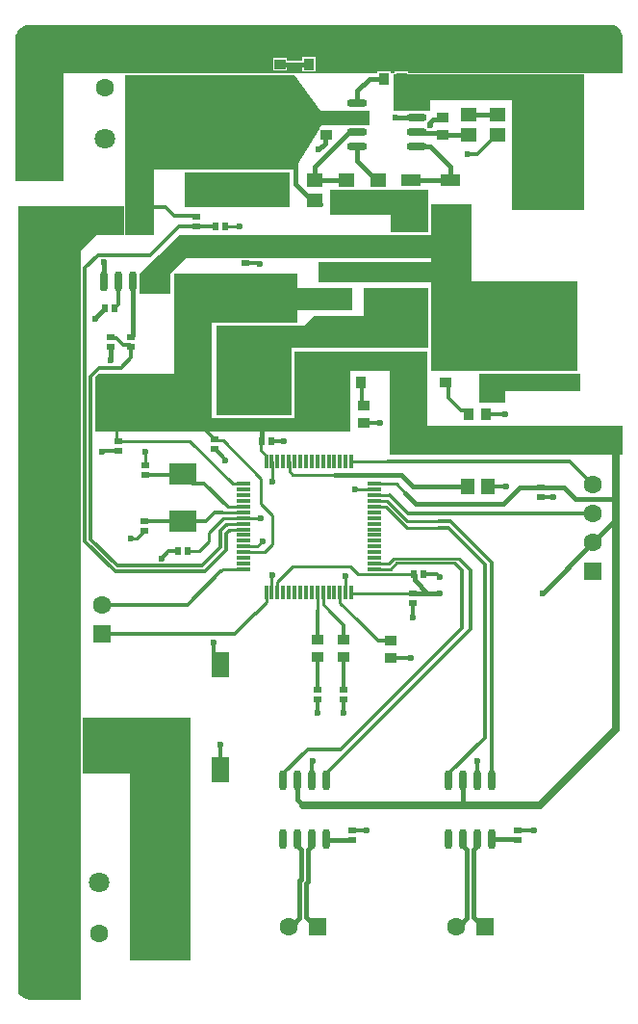
<source format=gtl>
G04*
G04 #@! TF.GenerationSoftware,Altium Limited,Altium Designer,20.1.14 (287)*
G04*
G04 Layer_Physical_Order=1*
G04 Layer_Color=255*
%FSLAX25Y25*%
%MOIN*%
G70*
G04*
G04 #@! TF.SameCoordinates,C5642C15-9C93-435C-A7BF-0FB1E55D52FF*
G04*
G04*
G04 #@! TF.FilePolarity,Positive*
G04*
G01*
G75*
%ADD11C,0.00984*%
%ADD12C,0.01181*%
%ADD17R,0.02559X0.02362*%
%ADD18R,0.03858X0.03661*%
%ADD19R,0.09449X0.07480*%
%ADD20R,0.02362X0.02559*%
%ADD21R,0.08661X0.13780*%
%ADD22R,0.08661X0.03937*%
%ADD23R,0.06299X0.08583*%
%ADD24R,0.06299X0.08661*%
%ADD25R,0.03661X0.03858*%
%ADD26R,0.04724X0.01181*%
%ADD27R,0.01181X0.04724*%
%ADD28R,0.10236X0.07087*%
%ADD29R,0.04449X0.07087*%
%ADD30R,0.07874X0.07874*%
%ADD31O,0.02756X0.07087*%
%ADD32R,0.05787X0.04567*%
%ADD33O,0.07087X0.02756*%
%ADD34R,0.21260X0.11417*%
%ADD35R,0.07087X0.04449*%
%ADD36R,0.04803X0.04921*%
%ADD37R,0.04567X0.05787*%
%ADD38R,0.07087X0.05276*%
%ADD63C,0.02756*%
%ADD64C,0.01378*%
%ADD65C,0.01772*%
%ADD66C,0.01500*%
%ADD67C,0.06299*%
%ADD68R,0.06299X0.06299*%
%ADD69C,0.07087*%
%ADD70R,0.06299X0.06299*%
%ADD71C,0.02362*%
G36*
X207278Y339197D02*
X208118Y339030D01*
X208909Y338703D01*
X209621Y338227D01*
X210227Y337621D01*
X210702Y336909D01*
X211030Y336118D01*
X211197Y335279D01*
X211197Y334850D01*
Y334850D01*
Y334850D01*
Y322500D01*
X136894Y322500D01*
Y322929D01*
X132232D01*
Y322500D01*
X130831D01*
Y322929D01*
X126169D01*
Y322500D01*
X17500Y322500D01*
Y285000D01*
X803D01*
Y333890D01*
D01*
Y333890D01*
X803Y334412D01*
X1007Y335438D01*
X1407Y336404D01*
X1988Y337273D01*
X2727Y338012D01*
X3596Y338593D01*
X4562Y338993D01*
X5587Y339197D01*
X6110Y339197D01*
X6110D01*
D01*
X206850Y339197D01*
X207278Y339197D01*
D02*
G37*
G36*
X96000Y276000D02*
X59500D01*
Y288000D01*
X96000D01*
Y276000D01*
D02*
G37*
G36*
X136511Y322117D02*
X136894Y321959D01*
X198000Y321959D01*
X198000Y315000D01*
Y275000D01*
X173000D01*
Y313000D01*
X144500Y313000D01*
Y309500D01*
X132000Y309500D01*
X132000Y321959D01*
X132232D01*
X132615Y322117D01*
X132727Y322388D01*
X136399D01*
X136511Y322117D01*
D02*
G37*
G36*
X144000Y282000D02*
X144000Y267500D01*
X131000Y267500D01*
Y273500D01*
X110000D01*
Y282000D01*
X144000Y282000D01*
D02*
G37*
G36*
X38459Y266500D02*
X29000Y266500D01*
X23500Y261000D01*
X23500Y1803D01*
X5921D01*
X4824Y2021D01*
X3791Y2449D01*
X2861Y3070D01*
X2070Y3861D01*
X2000Y3966D01*
Y276500D01*
X38459D01*
Y266500D01*
D02*
G37*
G36*
X106611Y309500D02*
X123500D01*
Y304500D01*
X106972D01*
X106238Y303299D01*
X106071D01*
Y303025D01*
X97500Y289000D01*
X49000D01*
Y266500D01*
X39000D01*
Y321557D01*
X97500D01*
X106611Y309500D01*
D02*
G37*
G36*
X159000Y250500D02*
X195500D01*
Y219500D01*
X145000D01*
Y250000D01*
X106000D01*
Y257000D01*
X145000D01*
Y258500D01*
X82279Y258500D01*
Y258508D01*
X78720D01*
Y258500D01*
X60000D01*
X54500Y253000D01*
X54500Y246000D01*
X44000D01*
X44000Y253000D01*
X50500Y259500D01*
X57500Y266500D01*
X145000Y266500D01*
Y277000D01*
X159000D01*
Y250500D01*
D02*
G37*
G36*
X196500Y212500D02*
X170500D01*
X170500Y208500D01*
X161500D01*
X161500Y218500D01*
X196500D01*
Y212500D01*
D02*
G37*
G36*
X144000Y248000D02*
Y227500D01*
X96500D01*
X96500Y204000D01*
X70500Y204000D01*
X70500Y235000D01*
X101000Y235000D01*
X104500Y238500D01*
X121500Y238500D01*
X121500Y248000D01*
X144000Y248000D01*
D02*
G37*
G36*
X98500Y253000D02*
Y248000D01*
X117500Y248000D01*
Y240500D01*
X98500D01*
X98500Y236000D01*
X69000Y236000D01*
X69000Y203000D01*
X97500D01*
Y226000D01*
X143500D01*
Y219500D01*
Y200500D01*
X211197D01*
Y190500D01*
X130500D01*
Y219500D01*
X117000D01*
Y198500D01*
X28500D01*
Y217286D01*
X29714Y218500D01*
X56000Y218500D01*
X56000Y253000D01*
X98500Y253000D01*
D02*
G37*
G36*
X61500Y15500D02*
X40500D01*
Y80000D01*
X24041D01*
Y99500D01*
X61500D01*
Y15500D01*
D02*
G37*
%LPC*%
G36*
X104799Y327929D02*
X100138D01*
Y326790D01*
X94929D01*
Y327862D01*
X90071D01*
Y323201D01*
X94929D01*
Y324241D01*
X100138D01*
Y323071D01*
X104799D01*
Y327929D01*
D02*
G37*
%LPD*%
D11*
X72756Y195244D02*
X86000Y182000D01*
X70429Y195244D02*
X72756D01*
X86000Y173500D02*
Y182000D01*
X61327Y195173D02*
X76236Y180264D01*
X36500Y195173D02*
X61327D01*
X76236Y180264D02*
X79862D01*
X115197Y142961D02*
Y148197D01*
X115348Y148348D01*
X89690Y148690D02*
X89729Y148729D01*
X89690Y142877D02*
Y148690D01*
X96836Y151673D02*
X116827D01*
X91673Y146511D02*
X96836Y151673D01*
X91673Y142862D02*
Y146511D01*
X116827Y151673D02*
X119500Y149000D01*
X153000Y153000D02*
X155500Y150500D01*
X130736Y150736D02*
X133000Y153000D01*
X153000D01*
X125138Y150736D02*
X130736D01*
X130205Y152705D02*
X132000Y154500D01*
X125138Y152705D02*
X130205D01*
X132000Y154500D02*
X154500D01*
X158500Y150500D01*
X136500Y165000D02*
X147500D01*
X125138Y172390D02*
X129110D01*
X136500Y165000D01*
Y167500D02*
X147500D01*
X125138Y174358D02*
X129642D01*
X136500Y167500D01*
X119500Y149000D02*
X138827D01*
X117264Y142598D02*
Y142862D01*
Y142598D02*
X117362Y142500D01*
X138500D01*
X90000Y159500D02*
Y169500D01*
X79862Y156642D02*
X87142D01*
X90000Y159500D01*
X84642Y158642D02*
X86500Y160500D01*
X79894Y158642D02*
X84642D01*
X79862Y158610D02*
X79894Y158642D01*
X86000Y173500D02*
X90000Y169500D01*
X89705Y188138D02*
X89803Y188039D01*
Y181270D02*
Y188039D01*
Y181270D02*
X90037Y181037D01*
X70000Y195673D02*
X70429Y195244D01*
X69902Y195673D02*
X70000D01*
X65575Y200000D02*
X69902Y195673D01*
X65500Y200000D02*
X65575D01*
X125138Y180264D02*
X132736D01*
X136000Y177000D01*
X125138Y176327D02*
X130673D01*
X46000Y186673D02*
Y191500D01*
X36000Y195673D02*
X36500Y195173D01*
X36000Y195673D02*
Y201000D01*
X86000Y194673D02*
X86327Y195000D01*
X86000Y191646D02*
Y194673D01*
X87736Y188138D02*
Y189910D01*
X86000Y191646D02*
X87736Y189910D01*
X113327Y139173D02*
Y142862D01*
Y139173D02*
X119500Y133000D01*
X107421Y138579D02*
X110000Y136000D01*
X107421Y138579D02*
Y142862D01*
X114500Y120468D02*
X114500Y120468D01*
X95709Y184791D02*
Y188039D01*
X97000Y183500D02*
X111500D01*
X95709Y184791D02*
X97000Y183500D01*
X95610Y188138D02*
X95709Y188039D01*
X60673Y157000D02*
X60673Y157000D01*
X64500D01*
X68000Y160500D02*
Y163500D01*
X64500Y157000D02*
X68000Y160500D01*
X72953Y168453D02*
X79862D01*
X68000Y163500D02*
X72953Y168453D01*
X74000Y166000D02*
X74484Y166484D01*
X79862D01*
X58756Y183327D02*
X59000Y183571D01*
X89690Y142877D02*
X89705Y142862D01*
X79862Y168453D02*
X79886Y168476D01*
X85976D01*
X86000Y168500D01*
X117264Y188138D02*
X129862D01*
X130000Y188000D01*
X87736Y139236D02*
Y142862D01*
X84000Y135500D02*
X87736Y139236D01*
X72736Y150736D02*
X79862D01*
X72000Y150000D02*
X72736Y150736D01*
X105453Y142862D02*
X105500Y142815D01*
Y136500D02*
Y142815D01*
X75516Y164516D02*
X79862D01*
X75000Y164000D02*
X75516Y164516D01*
X41000Y161500D02*
X43000D01*
X45500Y164000D01*
X73673Y269500D02*
X78500D01*
X78500Y269500D01*
X72476Y170421D02*
X79862D01*
X74502Y172390D02*
X79862D01*
X115197Y142961D02*
X115295Y142862D01*
X125039Y178394D02*
X125138Y178295D01*
X118606Y178394D02*
X125039D01*
X118500Y178500D02*
X118606Y178394D01*
D12*
X36500Y242425D02*
Y250264D01*
X35173Y241098D02*
X36500Y242425D01*
X35173Y241000D02*
Y241098D01*
X36019Y230589D02*
X38191Y228417D01*
X34585Y230589D02*
X36019D01*
X38191Y228417D02*
X40409D01*
D17*
X183000Y179173D02*
D03*
Y175827D02*
D03*
X138500Y142500D02*
D03*
Y139154D02*
D03*
X70000Y195673D02*
D03*
Y192327D02*
D03*
X36500Y195173D02*
D03*
Y191827D02*
D03*
X80500Y260173D02*
D03*
Y256827D02*
D03*
X114500Y109173D02*
D03*
Y105827D02*
D03*
X105500Y109173D02*
D03*
Y105827D02*
D03*
X80000Y201827D02*
D03*
Y205173D02*
D03*
X73000Y201827D02*
D03*
Y205173D02*
D03*
X63500Y272847D02*
D03*
Y269500D02*
D03*
X45500Y164000D02*
D03*
Y167347D02*
D03*
X46000Y186673D02*
D03*
Y183327D02*
D03*
X34000Y231173D02*
D03*
Y227827D02*
D03*
X41000Y231173D02*
D03*
Y227827D02*
D03*
X117500Y57000D02*
D03*
Y60347D02*
D03*
X175000Y57153D02*
D03*
Y60500D02*
D03*
D18*
X164500Y222031D02*
D03*
Y215968D02*
D03*
X174000Y222031D02*
D03*
Y215968D02*
D03*
X183000Y222031D02*
D03*
Y215968D02*
D03*
X192500Y222031D02*
D03*
Y215968D02*
D03*
X131000Y126031D02*
D03*
Y119968D02*
D03*
X114500Y126532D02*
D03*
Y120468D02*
D03*
X105500Y126532D02*
D03*
Y120468D02*
D03*
X121500Y207531D02*
D03*
Y201468D02*
D03*
X150000Y221532D02*
D03*
Y215469D02*
D03*
X149000Y300969D02*
D03*
Y307031D02*
D03*
X108500Y300969D02*
D03*
Y307031D02*
D03*
X92500Y325532D02*
D03*
Y319468D02*
D03*
D19*
X59000Y167429D02*
D03*
Y183571D02*
D03*
D20*
X86327Y195000D02*
D03*
X89673D02*
D03*
X60673Y157000D02*
D03*
X57327D02*
D03*
X98673Y209000D02*
D03*
X95327D02*
D03*
X70327Y269500D02*
D03*
X73673D02*
D03*
X35173Y241000D02*
D03*
X31827D02*
D03*
X142173Y149000D02*
D03*
X138827D02*
D03*
D21*
X88689Y244500D02*
D03*
D22*
X112311Y253555D02*
D03*
Y244500D02*
D03*
Y235445D02*
D03*
D23*
X72000Y81410D02*
D03*
D24*
Y117591D02*
D03*
D25*
X114469Y215500D02*
D03*
X120531D02*
D03*
X157968Y204500D02*
D03*
X164032D02*
D03*
X108531Y325500D02*
D03*
X102469D02*
D03*
X134563Y320500D02*
D03*
X128500D02*
D03*
D26*
X79862Y180264D02*
D03*
Y178295D02*
D03*
Y176327D02*
D03*
Y174358D02*
D03*
Y172390D02*
D03*
Y170421D02*
D03*
Y168453D02*
D03*
Y166484D02*
D03*
Y164516D02*
D03*
Y162547D02*
D03*
Y160579D02*
D03*
Y158610D02*
D03*
Y156642D02*
D03*
Y154673D02*
D03*
Y152705D02*
D03*
Y150736D02*
D03*
X125138D02*
D03*
Y152705D02*
D03*
Y154673D02*
D03*
Y156642D02*
D03*
Y158610D02*
D03*
Y160579D02*
D03*
Y162547D02*
D03*
Y164516D02*
D03*
Y166484D02*
D03*
Y168453D02*
D03*
Y170421D02*
D03*
Y172390D02*
D03*
Y174358D02*
D03*
Y176327D02*
D03*
Y178295D02*
D03*
Y180264D02*
D03*
D27*
X87736Y142862D02*
D03*
X89705D02*
D03*
X91673D02*
D03*
X93642D02*
D03*
X95610D02*
D03*
X97579D02*
D03*
X99547D02*
D03*
X101516D02*
D03*
X103484D02*
D03*
X105453D02*
D03*
X107421D02*
D03*
X109390D02*
D03*
X111358D02*
D03*
X113327D02*
D03*
X115295D02*
D03*
X117264D02*
D03*
Y188138D02*
D03*
X115295D02*
D03*
X113327D02*
D03*
X111358D02*
D03*
X109390D02*
D03*
X107421D02*
D03*
X105453D02*
D03*
X103484D02*
D03*
X101516D02*
D03*
X99547D02*
D03*
X97579D02*
D03*
X95610D02*
D03*
X93642D02*
D03*
X91673D02*
D03*
X89705D02*
D03*
X87736D02*
D03*
D28*
X76000Y242406D02*
D03*
Y230594D02*
D03*
D29*
X66134Y217000D02*
D03*
X77866D02*
D03*
D30*
X8347Y24716D02*
D03*
X51653D02*
D03*
X8347Y48929D02*
D03*
X51653D02*
D03*
X53654Y317284D02*
D03*
X10346D02*
D03*
X53654Y293071D02*
D03*
X10346D02*
D03*
D31*
X46500Y270736D02*
D03*
X41500D02*
D03*
X36500D02*
D03*
X31500D02*
D03*
X46500Y250264D02*
D03*
X41500D02*
D03*
X36500D02*
D03*
X31500D02*
D03*
X93500Y57264D02*
D03*
X98500D02*
D03*
X103500D02*
D03*
X108500D02*
D03*
X93500Y77736D02*
D03*
X98500D02*
D03*
X103500D02*
D03*
X108500D02*
D03*
X151000Y57264D02*
D03*
X156000D02*
D03*
X161000D02*
D03*
X166000D02*
D03*
X151000Y77736D02*
D03*
X156000D02*
D03*
X161000D02*
D03*
X166000D02*
D03*
D32*
X126000Y245496D02*
D03*
Y252504D02*
D03*
X126500Y285504D02*
D03*
Y278496D02*
D03*
X104500D02*
D03*
Y285504D02*
D03*
X115500Y278496D02*
D03*
Y285504D02*
D03*
X158000Y308004D02*
D03*
Y300996D02*
D03*
X168000Y308004D02*
D03*
Y300996D02*
D03*
X90500Y285000D02*
D03*
Y292008D02*
D03*
X77500Y284996D02*
D03*
Y292004D02*
D03*
D33*
X119264Y312000D02*
D03*
Y307000D02*
D03*
Y302000D02*
D03*
Y297000D02*
D03*
X139736Y312000D02*
D03*
Y307000D02*
D03*
Y302000D02*
D03*
Y297000D02*
D03*
D34*
X184500Y244512D02*
D03*
Y283488D02*
D03*
D35*
X151500Y273634D02*
D03*
Y285366D02*
D03*
X138000Y273634D02*
D03*
Y285366D02*
D03*
X140000Y241134D02*
D03*
Y252866D02*
D03*
D36*
X81500Y329307D02*
D03*
Y317693D02*
D03*
X64500Y281193D02*
D03*
Y292807D02*
D03*
D37*
X157496Y179500D02*
D03*
X164504D02*
D03*
D38*
X191500Y328130D02*
D03*
Y316870D02*
D03*
D63*
X209000Y175000D02*
Y195052D01*
X100500Y69000D02*
X155500D01*
X182500D01*
X209000Y95500D02*
Y168000D01*
X182500Y69000D02*
X209000Y95500D01*
Y168000D02*
Y175000D01*
D64*
X164032Y204500D02*
X170500D01*
X187173Y175827D02*
X187337Y175663D01*
X183000Y175827D02*
X187173D01*
X117500Y60347D02*
X117577Y60423D01*
X122423D01*
X122500Y60500D01*
X167390Y300996D02*
X168000D01*
X160894Y294500D02*
X167390Y300996D01*
X157500Y294500D02*
X160894D01*
X175000Y60500D02*
X180500D01*
X150996Y210004D02*
Y214473D01*
X157968Y204500D02*
Y204588D01*
X156827Y205729D02*
X157968Y204588D01*
X155271Y205729D02*
X156827D01*
X150996Y210004D02*
X155271Y205729D01*
X150000Y215469D02*
X150996Y214473D01*
X103500Y77736D02*
Y83734D01*
X104000Y84234D01*
Y84500D01*
X93500Y79902D02*
X102098Y88500D01*
X113500D02*
X155500Y130500D01*
X102098Y88500D02*
X113500D01*
X93500Y77736D02*
Y79902D01*
X158500Y129902D02*
Y150500D01*
X108500Y79902D02*
X158500Y129902D01*
X155500Y130500D02*
Y150500D01*
X137984Y119984D02*
X138000Y120000D01*
X131016Y119984D02*
X137984D01*
X138500Y134000D02*
Y139154D01*
X108500Y77736D02*
Y79902D01*
X161000Y77736D02*
Y84500D01*
X151000Y77736D02*
Y79902D01*
X163500Y92402D01*
Y152500D01*
X147500Y165000D02*
X151000D01*
X163500Y152500D01*
X166000Y77736D02*
Y153000D01*
X151500Y167500D02*
X166000Y153000D01*
X147500Y167500D02*
X151500D01*
X142173Y149000D02*
X146734D01*
X147734Y148000D01*
X148000D01*
X70000Y192327D02*
X70098D01*
X73312Y189113D01*
Y188688D02*
Y189113D01*
Y188688D02*
X73500Y188500D01*
X137000Y170000D02*
X201000D01*
X130673Y176327D02*
X137000Y170000D01*
X36337Y191663D02*
X36500Y191827D01*
X31163Y191663D02*
X36337D01*
X31000Y191500D02*
X31163Y191663D01*
X89673Y195000D02*
X94000D01*
X94000Y195000D01*
X89673Y195000D02*
X89689Y194984D01*
X80500Y256827D02*
X84907D01*
X85234Y256500D01*
X85500D01*
X131000Y119968D02*
X131016Y119984D01*
X126469Y126031D02*
X131000D01*
X119500Y133000D02*
X126469Y126031D01*
X114500Y126532D02*
Y131500D01*
X110000Y136000D02*
X114500Y131500D01*
X114500Y109173D02*
Y120468D01*
Y101000D02*
Y105827D01*
Y101000D02*
X114500Y101000D01*
X164504Y179500D02*
X171000D01*
X59000Y183571D02*
X62051Y180520D01*
X66372D01*
X74502Y172390D01*
X66929Y167429D02*
X69921Y170421D01*
X72476D01*
X59000Y167429D02*
X66929D01*
X54000Y157000D02*
X57327D01*
X51500Y154500D02*
X54000Y157000D01*
X72000Y164000D02*
X74000Y166000D01*
X46000Y183327D02*
X58756D01*
X57327Y157000D02*
Y157098D01*
X72000Y81410D02*
Y90000D01*
X69500Y120091D02*
X72000Y117591D01*
X69500Y120091D02*
Y125500D01*
X31000Y128500D02*
X77000D01*
X84000Y135500D01*
X105500Y105827D02*
X105500Y105827D01*
Y101000D02*
Y105827D01*
X105500Y109173D02*
X105500Y109173D01*
Y120468D01*
X193000Y188000D02*
X201000Y180000D01*
X130000Y188000D02*
X193000D01*
X31000Y138500D02*
X60500D01*
X72000Y150000D01*
X105500Y126532D02*
Y136500D01*
X127032Y201468D02*
X127149Y201351D01*
X121500Y201468D02*
X127032D01*
X120531Y215500D02*
X121016Y215016D01*
Y208016D02*
Y215016D01*
Y208016D02*
X121500Y207531D01*
X74000Y157500D02*
Y163000D01*
X75000Y164000D01*
X66500Y150000D02*
X74000Y157500D01*
X65500Y152000D02*
X72000Y158500D01*
X36156Y152000D02*
X65500D01*
X72000Y158500D02*
Y164000D01*
X35500Y150000D02*
X66500D01*
X27000Y161156D02*
X36156Y152000D01*
X27000Y217500D02*
X30000Y220500D01*
X27000Y161156D02*
Y217500D01*
X30000Y220500D02*
X37500D01*
X41000Y224000D02*
Y227827D01*
X37500Y220500D02*
X41000Y224000D01*
X25000Y160500D02*
X35500Y150000D01*
X25000Y160500D02*
Y255000D01*
X29500Y259500D01*
X47500D01*
X57500Y269500D02*
X63500D01*
X47500Y259500D02*
X57500Y269500D01*
X63500D02*
X63500Y269500D01*
X70327D01*
X63346Y273000D02*
X63500Y272847D01*
X56000Y273000D02*
X63346D01*
X47000Y276000D02*
X53000D01*
X56000Y273000D01*
X45500Y167347D02*
X58917D01*
D65*
X98500Y71000D02*
Y77736D01*
Y71000D02*
X100500Y69000D01*
X183000Y179173D02*
X190827D01*
X175673D02*
X183000D01*
X143500Y142500D02*
X148000D01*
X138500D02*
X143500D01*
X164250Y27750D02*
X165000Y27000D01*
X156000Y54933D02*
X157364Y53569D01*
Y29881D02*
Y53569D01*
X156000Y54933D02*
Y57264D01*
X160674Y29264D02*
X162174D01*
X159636Y30302D02*
X160674Y29264D01*
X159636Y30302D02*
Y53569D01*
X161000Y54933D01*
Y57264D01*
X154484Y27000D02*
X157364Y29881D01*
X153500Y27000D02*
X154484D01*
X190827Y179173D02*
X195000Y175000D01*
X101636Y42077D02*
X102136Y42577D01*
Y53569D01*
X103500Y54933D01*
X99364Y43018D02*
X99864Y43518D01*
X99364Y29881D02*
Y43018D01*
X101636Y30302D02*
X102674Y29264D01*
X95500Y27000D02*
X96484D01*
X103236Y29264D02*
X105500Y27000D01*
X102674Y29264D02*
X103236D01*
X101636Y30302D02*
Y42077D01*
X96484Y27000D02*
X99364Y29881D01*
X98500Y54933D02*
Y57264D01*
X103500Y54933D02*
Y57264D01*
X98500Y54933D02*
X99864Y53569D01*
Y43518D02*
Y53569D01*
X166000Y57264D02*
X166055Y57209D01*
X174945D01*
X175000Y57153D01*
X108500Y57264D02*
X108632Y57132D01*
X117368D01*
X117500Y57000D01*
X156000Y69500D02*
Y77736D01*
X155500Y69000D02*
X156000Y69500D01*
X139122Y146878D02*
Y148705D01*
Y146878D02*
X143500Y142500D01*
X138827Y149000D02*
X139122Y148705D01*
X183500Y142500D02*
X201000Y160000D01*
X139500Y173500D02*
X170000D01*
X136000Y177000D02*
X139500Y173500D01*
X170000D02*
X175673Y179173D01*
X195000Y175000D02*
X209000D01*
X86327Y195000D02*
Y199173D01*
X85500Y200000D02*
X86327Y199173D01*
X134500Y183500D02*
X138500Y179500D01*
X111500Y183500D02*
X134500D01*
X138500Y179500D02*
X157496D01*
X201000Y160000D02*
X209000Y168000D01*
D66*
X168000Y308004D02*
X168996D01*
X159500D02*
X168000D01*
X168996D02*
X169000Y308000D01*
X31500Y250264D02*
Y257000D01*
X31368Y248564D02*
Y250132D01*
X31663Y249837D01*
X30920Y248116D02*
X31368Y248564D01*
X31663Y241163D02*
X31827Y241000D01*
X41500Y231604D02*
Y250264D01*
X41069Y231173D02*
X41500Y231604D01*
X41000Y231173D02*
X41069D01*
X28500Y237575D02*
X31827Y240902D01*
X28500Y237440D02*
Y237575D01*
X31827Y240902D02*
Y241000D01*
X34000Y223000D02*
Y227827D01*
X144500Y304500D02*
Y305267D01*
X145700Y306466D01*
X144500Y297000D02*
X151500Y290000D01*
Y285366D02*
Y290000D01*
X139736Y297000D02*
X144500D01*
X138000Y285366D02*
X150181D01*
X119264Y292130D02*
Y297000D01*
Y292130D02*
X125890Y285504D01*
X126500D01*
X104500D02*
Y290000D01*
X119024Y301760D02*
X119264Y302000D01*
X116260Y301760D02*
X119024D01*
X104500Y290000D02*
X116260Y301760D01*
X108196Y298196D02*
Y300664D01*
X106000Y296000D02*
X108196Y298196D01*
Y300664D02*
X108500Y300969D01*
X105110Y285504D02*
X115500D01*
X104500D02*
X105110D01*
X98000Y284000D02*
X103697Y278303D01*
X105303D01*
X106644Y276963D01*
X148435Y306466D02*
X149000Y307031D01*
X145700Y306466D02*
X148435D01*
X132500Y307000D02*
X139736D01*
X150500Y300969D02*
X159472D01*
X159500Y300996D01*
X139736Y302000D02*
X139977Y301760D01*
X149709D01*
X150500Y300969D01*
X139736Y307000D02*
X140618D01*
X123500Y320500D02*
X128500D01*
X119264Y312000D02*
Y316264D01*
X123500Y320500D01*
X98000Y284000D02*
Y297000D01*
X92500Y325532D02*
X92516Y325516D01*
X102453D01*
X102469Y325500D01*
D67*
X153500Y27000D02*
D03*
X30000Y24716D02*
D03*
X67500Y317000D02*
D03*
X32000Y317284D02*
D03*
X201000Y180000D02*
D03*
Y170000D02*
D03*
Y160000D02*
D03*
X31000Y138500D02*
D03*
X19500Y89000D02*
D03*
X95500Y27000D02*
D03*
D68*
X163500D02*
D03*
X29500Y89000D02*
D03*
X105500Y27000D02*
D03*
D69*
X30000Y42433D02*
D03*
X32000Y299567D02*
D03*
D70*
X67500Y327000D02*
D03*
X201000Y150000D02*
D03*
X31000Y128500D02*
D03*
D71*
X170500Y204500D02*
D03*
X187337Y175663D02*
D03*
X115348Y148348D02*
D03*
X89729Y148729D02*
D03*
X157500Y294500D02*
D03*
X180500Y60500D02*
D03*
X122500D02*
D03*
X168500Y210500D02*
D03*
X163500D02*
D03*
X104000Y84500D02*
D03*
X138000Y120000D02*
D03*
X138500Y134000D02*
D03*
X148000Y142500D02*
D03*
X161000Y84500D02*
D03*
X148000Y148000D02*
D03*
X183500Y142500D02*
D03*
X73500Y188500D02*
D03*
X86500Y160500D02*
D03*
X90037Y181037D02*
D03*
X31000Y191500D02*
D03*
X46000D02*
D03*
X94000Y195000D02*
D03*
X85500Y256500D02*
D03*
X114500Y101000D02*
D03*
X171000Y179500D02*
D03*
X51500Y154500D02*
D03*
X72000Y90000D02*
D03*
X69500Y125500D02*
D03*
X86000Y168500D02*
D03*
X105500Y101000D02*
D03*
X127149Y201351D02*
D03*
X122500Y234500D02*
D03*
X130500D02*
D03*
X41000Y161500D02*
D03*
X31500Y257000D02*
D03*
X78500Y269500D02*
D03*
X118500Y178500D02*
D03*
X59000Y30000D02*
D03*
Y34000D02*
D03*
Y38000D02*
D03*
Y42000D02*
D03*
X205000Y331000D02*
D03*
X28500Y237440D02*
D03*
X34000Y223000D02*
D03*
X144500Y304500D02*
D03*
X90000Y278500D02*
D03*
X85500D02*
D03*
X81000D02*
D03*
X76500D02*
D03*
X126500Y234500D02*
D03*
X89000Y228500D02*
D03*
Y217000D02*
D03*
X142000Y279500D02*
D03*
X137500D02*
D03*
X133000D02*
D03*
X106000Y296000D02*
D03*
X132500Y307000D02*
D03*
X3000Y292000D02*
D03*
Y296000D02*
D03*
Y320500D02*
D03*
Y317000D02*
D03*
X117500Y324500D02*
D03*
Y337000D02*
D03*
X175000Y331500D02*
D03*
X146000D02*
D03*
M02*

</source>
